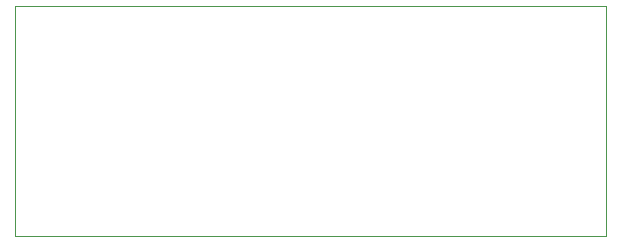
<source format=gbr>
%TF.GenerationSoftware,KiCad,Pcbnew,8.0.3-8.0.3-0~ubuntu23.10.1*%
%TF.CreationDate,2024-06-28T14:27:20+02:00*%
%TF.ProjectId,SolarAmp,536f6c61-7241-46d7-902e-6b696361645f,1*%
%TF.SameCoordinates,PX54a37b0PY44aa200*%
%TF.FileFunction,Profile,NP*%
%FSLAX46Y46*%
G04 Gerber Fmt 4.6, Leading zero omitted, Abs format (unit mm)*
G04 Created by KiCad (PCBNEW 8.0.3-8.0.3-0~ubuntu23.10.1) date 2024-06-28 14:27:20*
%MOMM*%
%LPD*%
G01*
G04 APERTURE LIST*
%TA.AperFunction,Profile*%
%ADD10C,0.050000*%
%TD*%
G04 APERTURE END LIST*
D10*
X0Y19500000D02*
X50000000Y19500000D01*
X50000000Y0D01*
X0Y0D01*
X0Y19500000D01*
M02*

</source>
